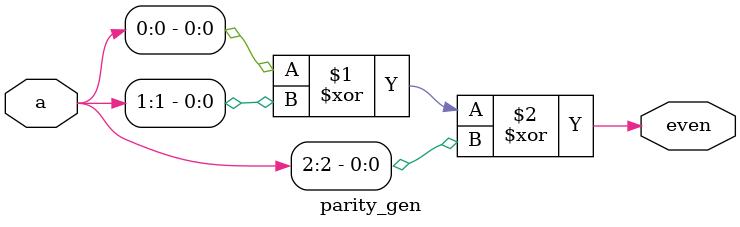
<source format=v>
module parity_gen(even,a);
    input [2:0] a;
    output even;
    assign even= a[0] ^ a[1] ^ a[2];    
endmodule

</source>
